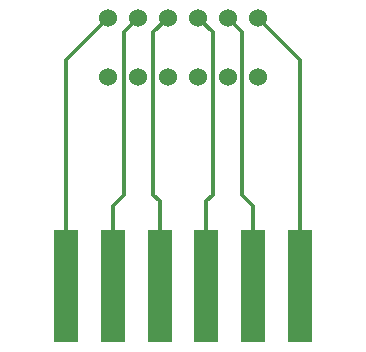
<source format=gbl>
G04 Layer: BottomLayer*
G04 EasyEDA v6.5.34, 2023-08-08 23:12:56*
G04 417032f779d546a0bdf4f7a8fd0aa538,e87ba6ffdfb0417d91de07616a749205,10*
G04 Gerber Generator version 0.2*
G04 Scale: 100 percent, Rotated: No, Reflected: No *
G04 Dimensions in millimeters *
G04 leading zeros omitted , absolute positions ,4 integer and 5 decimal *
%FSLAX45Y45*%
%MOMM*%

%AMMACRO1*21,1,$1,$2,0,0,$3*%
%ADD10C,0.3000*%
%ADD11MACRO1,2X9.5X0.0000*%
%ADD12C,1.5240*%

%LPD*%
D10*
X381000Y1799998D02*
G01*
X499999Y1680999D01*
X499999Y299999D01*
X594004Y205994D01*
X594004Y-475007D01*
X127000Y1799998D02*
G01*
X249999Y1676999D01*
X249999Y299999D01*
X197993Y247992D01*
X197993Y-475007D01*
X-127000Y1799998D02*
G01*
X-249999Y1676999D01*
X-249999Y299999D01*
X-197993Y247992D01*
X-197993Y-475007D01*
X-381000Y1799998D02*
G01*
X-499999Y1680999D01*
X-499999Y299999D01*
X-594004Y205994D01*
X-594004Y-475007D01*
X-635000Y1799998D02*
G01*
X-989990Y1445008D01*
X-989990Y-475007D01*
X989990Y-475005D02*
G01*
X989990Y1445005D01*
X635000Y1799996D01*
D11*
G01*
X989998Y-475000D03*
G01*
X594001Y-475000D03*
G01*
X-989982Y-475000D03*
G01*
X-593996Y-475000D03*
G01*
X-197985Y-475000D03*
G01*
X198000Y-475000D03*
D12*
G01*
X-635000Y1799996D03*
G01*
X-381000Y1799996D03*
G01*
X-127000Y1799996D03*
G01*
X127000Y1799996D03*
G01*
X381000Y1799996D03*
G01*
X635000Y1799996D03*
G01*
X635000Y1299997D03*
G01*
X381000Y1299997D03*
G01*
X127000Y1299997D03*
G01*
X-127000Y1299997D03*
G01*
X-381000Y1299997D03*
G01*
X-635000Y1299997D03*
M02*

</source>
